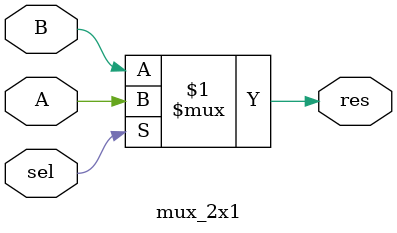
<source format=v>
module mux_2x1 #(parameter SIZE=1) (
    input [SIZE-1:0] A,
    input [SIZE-1:0] B,
    input sel,
    output [SIZE-1:0] res
);
    assign res = sel ? A : B;
endmodule
</source>
